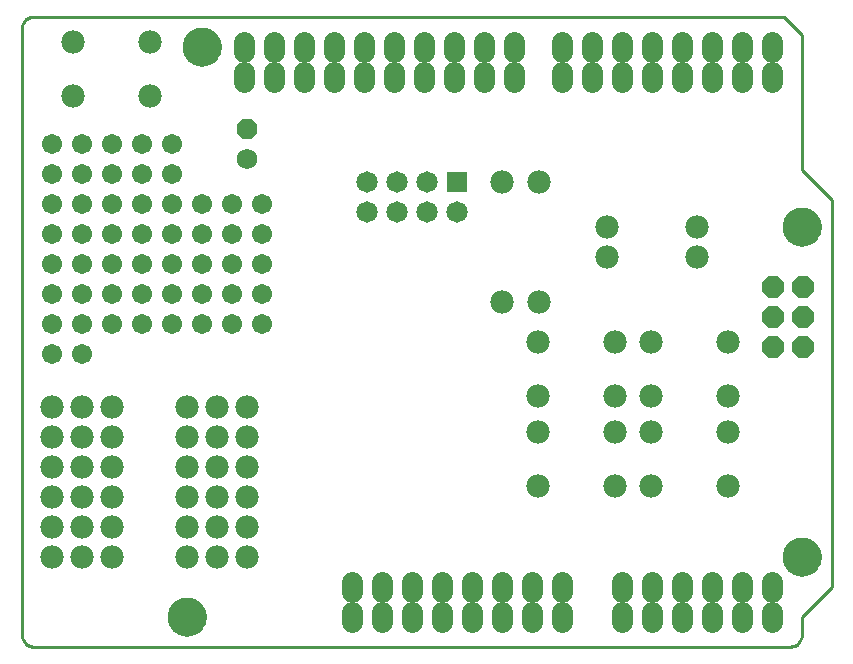
<source format=gbs>
G75*
G70*
%OFA0B0*%
%FSLAX24Y24*%
%IPPOS*%
%LPD*%
%AMOC8*
5,1,8,0,0,1.08239X$1,22.5*
%
%ADD10C,0.0100*%
%ADD11C,0.0000*%
%ADD12C,0.1300*%
%ADD13OC8,0.0734*%
%ADD14C,0.0695*%
%ADD15R,0.0714X0.0714*%
%ADD16C,0.0714*%
%ADD17C,0.0780*%
%ADD18OC8,0.0680*%
%ADD19C,0.0680*%
%ADD20C,0.0674*%
D10*
X000584Y000580D02*
X025796Y000580D01*
X025835Y000582D01*
X025873Y000588D01*
X025910Y000597D01*
X025947Y000610D01*
X025982Y000627D01*
X026015Y000646D01*
X026046Y000669D01*
X026075Y000695D01*
X026101Y000724D01*
X026124Y000755D01*
X026143Y000788D01*
X026160Y000823D01*
X026173Y000860D01*
X026182Y000897D01*
X026188Y000935D01*
X026190Y000974D01*
X026190Y001580D01*
X027190Y002580D01*
X027190Y015480D01*
X026190Y016480D01*
X026190Y020980D01*
X025590Y021580D01*
X000584Y021580D01*
X000545Y021578D01*
X000507Y021572D01*
X000470Y021563D01*
X000433Y021550D01*
X000398Y021533D01*
X000365Y021514D01*
X000334Y021491D01*
X000305Y021465D01*
X000279Y021436D01*
X000256Y021405D01*
X000237Y021372D01*
X000220Y021337D01*
X000207Y021300D01*
X000198Y021263D01*
X000192Y021225D01*
X000190Y021186D01*
X000190Y000974D01*
X000192Y000935D01*
X000198Y000897D01*
X000207Y000860D01*
X000220Y000823D01*
X000237Y000788D01*
X000256Y000755D01*
X000279Y000724D01*
X000305Y000695D01*
X000334Y000669D01*
X000365Y000646D01*
X000398Y000627D01*
X000433Y000610D01*
X000470Y000597D01*
X000507Y000588D01*
X000545Y000582D01*
X000584Y000580D01*
D11*
X005060Y001580D02*
X005062Y001630D01*
X005068Y001680D01*
X005078Y001729D01*
X005092Y001777D01*
X005109Y001824D01*
X005130Y001869D01*
X005155Y001913D01*
X005183Y001954D01*
X005215Y001993D01*
X005249Y002030D01*
X005286Y002064D01*
X005326Y002094D01*
X005368Y002121D01*
X005412Y002145D01*
X005458Y002166D01*
X005505Y002182D01*
X005553Y002195D01*
X005603Y002204D01*
X005652Y002209D01*
X005703Y002210D01*
X005753Y002207D01*
X005802Y002200D01*
X005851Y002189D01*
X005899Y002174D01*
X005945Y002156D01*
X005990Y002134D01*
X006033Y002108D01*
X006074Y002079D01*
X006113Y002047D01*
X006149Y002012D01*
X006181Y001974D01*
X006211Y001934D01*
X006238Y001891D01*
X006261Y001847D01*
X006280Y001801D01*
X006296Y001753D01*
X006308Y001704D01*
X006316Y001655D01*
X006320Y001605D01*
X006320Y001555D01*
X006316Y001505D01*
X006308Y001456D01*
X006296Y001407D01*
X006280Y001359D01*
X006261Y001313D01*
X006238Y001269D01*
X006211Y001226D01*
X006181Y001186D01*
X006149Y001148D01*
X006113Y001113D01*
X006074Y001081D01*
X006033Y001052D01*
X005990Y001026D01*
X005945Y001004D01*
X005899Y000986D01*
X005851Y000971D01*
X005802Y000960D01*
X005753Y000953D01*
X005703Y000950D01*
X005652Y000951D01*
X005603Y000956D01*
X005553Y000965D01*
X005505Y000978D01*
X005458Y000994D01*
X005412Y001015D01*
X005368Y001039D01*
X005326Y001066D01*
X005286Y001096D01*
X005249Y001130D01*
X005215Y001167D01*
X005183Y001206D01*
X005155Y001247D01*
X005130Y001291D01*
X005109Y001336D01*
X005092Y001383D01*
X005078Y001431D01*
X005068Y001480D01*
X005062Y001530D01*
X005060Y001580D01*
X025560Y003580D02*
X025562Y003630D01*
X025568Y003680D01*
X025578Y003729D01*
X025592Y003777D01*
X025609Y003824D01*
X025630Y003869D01*
X025655Y003913D01*
X025683Y003954D01*
X025715Y003993D01*
X025749Y004030D01*
X025786Y004064D01*
X025826Y004094D01*
X025868Y004121D01*
X025912Y004145D01*
X025958Y004166D01*
X026005Y004182D01*
X026053Y004195D01*
X026103Y004204D01*
X026152Y004209D01*
X026203Y004210D01*
X026253Y004207D01*
X026302Y004200D01*
X026351Y004189D01*
X026399Y004174D01*
X026445Y004156D01*
X026490Y004134D01*
X026533Y004108D01*
X026574Y004079D01*
X026613Y004047D01*
X026649Y004012D01*
X026681Y003974D01*
X026711Y003934D01*
X026738Y003891D01*
X026761Y003847D01*
X026780Y003801D01*
X026796Y003753D01*
X026808Y003704D01*
X026816Y003655D01*
X026820Y003605D01*
X026820Y003555D01*
X026816Y003505D01*
X026808Y003456D01*
X026796Y003407D01*
X026780Y003359D01*
X026761Y003313D01*
X026738Y003269D01*
X026711Y003226D01*
X026681Y003186D01*
X026649Y003148D01*
X026613Y003113D01*
X026574Y003081D01*
X026533Y003052D01*
X026490Y003026D01*
X026445Y003004D01*
X026399Y002986D01*
X026351Y002971D01*
X026302Y002960D01*
X026253Y002953D01*
X026203Y002950D01*
X026152Y002951D01*
X026103Y002956D01*
X026053Y002965D01*
X026005Y002978D01*
X025958Y002994D01*
X025912Y003015D01*
X025868Y003039D01*
X025826Y003066D01*
X025786Y003096D01*
X025749Y003130D01*
X025715Y003167D01*
X025683Y003206D01*
X025655Y003247D01*
X025630Y003291D01*
X025609Y003336D01*
X025592Y003383D01*
X025578Y003431D01*
X025568Y003480D01*
X025562Y003530D01*
X025560Y003580D01*
X025560Y014580D02*
X025562Y014630D01*
X025568Y014680D01*
X025578Y014729D01*
X025592Y014777D01*
X025609Y014824D01*
X025630Y014869D01*
X025655Y014913D01*
X025683Y014954D01*
X025715Y014993D01*
X025749Y015030D01*
X025786Y015064D01*
X025826Y015094D01*
X025868Y015121D01*
X025912Y015145D01*
X025958Y015166D01*
X026005Y015182D01*
X026053Y015195D01*
X026103Y015204D01*
X026152Y015209D01*
X026203Y015210D01*
X026253Y015207D01*
X026302Y015200D01*
X026351Y015189D01*
X026399Y015174D01*
X026445Y015156D01*
X026490Y015134D01*
X026533Y015108D01*
X026574Y015079D01*
X026613Y015047D01*
X026649Y015012D01*
X026681Y014974D01*
X026711Y014934D01*
X026738Y014891D01*
X026761Y014847D01*
X026780Y014801D01*
X026796Y014753D01*
X026808Y014704D01*
X026816Y014655D01*
X026820Y014605D01*
X026820Y014555D01*
X026816Y014505D01*
X026808Y014456D01*
X026796Y014407D01*
X026780Y014359D01*
X026761Y014313D01*
X026738Y014269D01*
X026711Y014226D01*
X026681Y014186D01*
X026649Y014148D01*
X026613Y014113D01*
X026574Y014081D01*
X026533Y014052D01*
X026490Y014026D01*
X026445Y014004D01*
X026399Y013986D01*
X026351Y013971D01*
X026302Y013960D01*
X026253Y013953D01*
X026203Y013950D01*
X026152Y013951D01*
X026103Y013956D01*
X026053Y013965D01*
X026005Y013978D01*
X025958Y013994D01*
X025912Y014015D01*
X025868Y014039D01*
X025826Y014066D01*
X025786Y014096D01*
X025749Y014130D01*
X025715Y014167D01*
X025683Y014206D01*
X025655Y014247D01*
X025630Y014291D01*
X025609Y014336D01*
X025592Y014383D01*
X025578Y014431D01*
X025568Y014480D01*
X025562Y014530D01*
X025560Y014580D01*
X005560Y020580D02*
X005562Y020630D01*
X005568Y020680D01*
X005578Y020729D01*
X005592Y020777D01*
X005609Y020824D01*
X005630Y020869D01*
X005655Y020913D01*
X005683Y020954D01*
X005715Y020993D01*
X005749Y021030D01*
X005786Y021064D01*
X005826Y021094D01*
X005868Y021121D01*
X005912Y021145D01*
X005958Y021166D01*
X006005Y021182D01*
X006053Y021195D01*
X006103Y021204D01*
X006152Y021209D01*
X006203Y021210D01*
X006253Y021207D01*
X006302Y021200D01*
X006351Y021189D01*
X006399Y021174D01*
X006445Y021156D01*
X006490Y021134D01*
X006533Y021108D01*
X006574Y021079D01*
X006613Y021047D01*
X006649Y021012D01*
X006681Y020974D01*
X006711Y020934D01*
X006738Y020891D01*
X006761Y020847D01*
X006780Y020801D01*
X006796Y020753D01*
X006808Y020704D01*
X006816Y020655D01*
X006820Y020605D01*
X006820Y020555D01*
X006816Y020505D01*
X006808Y020456D01*
X006796Y020407D01*
X006780Y020359D01*
X006761Y020313D01*
X006738Y020269D01*
X006711Y020226D01*
X006681Y020186D01*
X006649Y020148D01*
X006613Y020113D01*
X006574Y020081D01*
X006533Y020052D01*
X006490Y020026D01*
X006445Y020004D01*
X006399Y019986D01*
X006351Y019971D01*
X006302Y019960D01*
X006253Y019953D01*
X006203Y019950D01*
X006152Y019951D01*
X006103Y019956D01*
X006053Y019965D01*
X006005Y019978D01*
X005958Y019994D01*
X005912Y020015D01*
X005868Y020039D01*
X005826Y020066D01*
X005786Y020096D01*
X005749Y020130D01*
X005715Y020167D01*
X005683Y020206D01*
X005655Y020247D01*
X005630Y020291D01*
X005609Y020336D01*
X005592Y020383D01*
X005578Y020431D01*
X005568Y020480D01*
X005562Y020530D01*
X005560Y020580D01*
D12*
X006190Y020580D03*
X026190Y014580D03*
X026190Y003580D03*
X005690Y001580D03*
D13*
X025240Y010580D03*
X026240Y010580D03*
X026240Y011580D03*
X025240Y011580D03*
X025240Y012580D03*
X026240Y012580D03*
D14*
X025190Y019416D02*
X025190Y019744D01*
X024190Y019744D02*
X024190Y019416D01*
X023190Y019416D02*
X023190Y019744D01*
X022190Y019744D02*
X022190Y019416D01*
X021190Y019416D02*
X021190Y019744D01*
X020190Y019744D02*
X020190Y019416D01*
X019190Y019416D02*
X019190Y019744D01*
X019190Y020416D02*
X019190Y020744D01*
X018190Y020744D02*
X018190Y020416D01*
X018190Y019744D02*
X018190Y019416D01*
X016590Y019416D02*
X016590Y019744D01*
X015590Y019744D02*
X015590Y019416D01*
X014590Y019416D02*
X014590Y019744D01*
X013590Y019744D02*
X013590Y019416D01*
X012590Y019416D02*
X012590Y019744D01*
X012590Y020416D02*
X012590Y020744D01*
X011590Y020744D02*
X011590Y020416D01*
X010590Y020416D02*
X010590Y020744D01*
X009590Y020744D02*
X009590Y020416D01*
X008590Y020416D02*
X008590Y020744D01*
X007590Y020744D02*
X007590Y020416D01*
X007590Y019744D02*
X007590Y019416D01*
X008590Y019416D02*
X008590Y019744D01*
X009590Y019744D02*
X009590Y019416D01*
X010590Y019416D02*
X010590Y019744D01*
X011590Y019744D02*
X011590Y019416D01*
X013590Y020416D02*
X013590Y020744D01*
X014590Y020744D02*
X014590Y020416D01*
X015590Y020416D02*
X015590Y020744D01*
X016590Y020744D02*
X016590Y020416D01*
X020190Y020416D02*
X020190Y020744D01*
X021190Y020744D02*
X021190Y020416D01*
X022190Y020416D02*
X022190Y020744D01*
X023190Y020744D02*
X023190Y020416D01*
X024190Y020416D02*
X024190Y020744D01*
X025190Y020744D02*
X025190Y020416D01*
X025190Y002744D02*
X025190Y002416D01*
X024190Y002416D02*
X024190Y002744D01*
X023190Y002744D02*
X023190Y002416D01*
X022190Y002416D02*
X022190Y002744D01*
X021190Y002744D02*
X021190Y002416D01*
X020190Y002416D02*
X020190Y002744D01*
X020190Y001744D02*
X020190Y001416D01*
X021190Y001416D02*
X021190Y001744D01*
X022190Y001744D02*
X022190Y001416D01*
X023190Y001416D02*
X023190Y001744D01*
X024190Y001744D02*
X024190Y001416D01*
X025190Y001416D02*
X025190Y001744D01*
X018190Y001744D02*
X018190Y001416D01*
X017190Y001416D02*
X017190Y001744D01*
X017190Y002416D02*
X017190Y002744D01*
X018190Y002744D02*
X018190Y002416D01*
X016190Y002416D02*
X016190Y002744D01*
X015190Y002744D02*
X015190Y002416D01*
X015190Y001744D02*
X015190Y001416D01*
X016190Y001416D02*
X016190Y001744D01*
X014190Y001744D02*
X014190Y001416D01*
X013190Y001416D02*
X013190Y001744D01*
X013190Y002416D02*
X013190Y002744D01*
X014190Y002744D02*
X014190Y002416D01*
X012190Y002416D02*
X012190Y002744D01*
X011190Y002744D02*
X011190Y002416D01*
X011190Y001744D02*
X011190Y001416D01*
X012190Y001416D02*
X012190Y001744D01*
D15*
X014680Y016080D03*
D16*
X013680Y016080D03*
X012680Y016080D03*
X011680Y016080D03*
X011680Y015080D03*
X012680Y015080D03*
X013680Y015080D03*
X014680Y015080D03*
D17*
X016190Y016080D03*
X017440Y016080D03*
X019690Y014580D03*
X019690Y013580D03*
X017440Y012080D03*
X016190Y012080D03*
X017410Y010720D03*
X019970Y010720D03*
X021160Y010720D03*
X023720Y010720D03*
X023720Y008940D03*
X023720Y007720D03*
X021160Y007720D03*
X019970Y007720D03*
X019970Y008940D03*
X021160Y008940D03*
X017410Y008940D03*
X017410Y007720D03*
X017410Y005940D03*
X019970Y005940D03*
X021160Y005940D03*
X023720Y005940D03*
X022690Y013580D03*
X022690Y014580D03*
X007690Y008580D03*
X006690Y008580D03*
X005690Y008580D03*
X005690Y007580D03*
X006690Y007580D03*
X007690Y007580D03*
X007690Y006580D03*
X006690Y006580D03*
X005690Y006580D03*
X005690Y005580D03*
X006690Y005580D03*
X007690Y005580D03*
X007690Y004580D03*
X006690Y004580D03*
X005690Y004580D03*
X005690Y003580D03*
X006690Y003580D03*
X007690Y003580D03*
X003190Y003580D03*
X002190Y003580D03*
X001190Y003580D03*
X001190Y004580D03*
X002190Y004580D03*
X003190Y004580D03*
X003190Y005580D03*
X002190Y005580D03*
X001190Y005580D03*
X001190Y006580D03*
X002190Y006580D03*
X003190Y006580D03*
X003190Y007580D03*
X002190Y007580D03*
X001190Y007580D03*
X001190Y008580D03*
X002190Y008580D03*
X003190Y008580D03*
X001910Y018940D03*
X004470Y018940D03*
X004470Y020720D03*
X001910Y020720D03*
D18*
X007690Y017830D03*
D19*
X007690Y016830D03*
D20*
X005190Y016330D03*
X004190Y016330D03*
X003190Y016330D03*
X002190Y016330D03*
X001190Y016330D03*
X001190Y017330D03*
X002190Y017330D03*
X003190Y017330D03*
X004190Y017330D03*
X005190Y017330D03*
X005190Y015330D03*
X006190Y015330D03*
X007190Y015330D03*
X008190Y015330D03*
X008190Y014330D03*
X007190Y014330D03*
X006190Y014330D03*
X005190Y014330D03*
X004190Y014330D03*
X003190Y014330D03*
X002190Y014330D03*
X001190Y014330D03*
X001190Y013330D03*
X002190Y013330D03*
X003190Y013330D03*
X004190Y013330D03*
X005190Y013330D03*
X006190Y013330D03*
X007190Y013330D03*
X008190Y013330D03*
X008190Y012330D03*
X007190Y012330D03*
X006190Y012330D03*
X005190Y012330D03*
X004190Y012330D03*
X003190Y012330D03*
X002190Y012330D03*
X001190Y012330D03*
X001190Y011330D03*
X002190Y011330D03*
X003190Y011330D03*
X004190Y011330D03*
X005190Y011330D03*
X006190Y011330D03*
X007190Y011330D03*
X008190Y011330D03*
X002190Y010330D03*
X001190Y010330D03*
X001190Y015330D03*
X002190Y015330D03*
X003190Y015330D03*
X004190Y015330D03*
M02*

</source>
